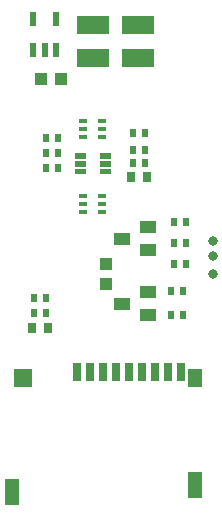
<source format=gbr>
From c3ca4f95bd59f69d45e582a4149327f57a360760 Mon Sep 17 00:00:00 2001
From: jaseg <git@jaseg.de>
Date: Sun, 30 Jan 2022 20:11:38 +0100
Subject: Rename gerbonara/gerber package to just gerbonara

---
 .../resources/eagle_files/solderpaste_bottom.gbr   | 564 +++++++++++++++++++++
 1 file changed, 564 insertions(+)
 create mode 100644 gerbonara/tests/resources/eagle_files/solderpaste_bottom.gbr

(limited to 'gerbonara/tests/resources/eagle_files/solderpaste_bottom.gbr')

diff --git a/gerbonara/tests/resources/eagle_files/solderpaste_bottom.gbr b/gerbonara/tests/resources/eagle_files/solderpaste_bottom.gbr
new file mode 100644
index 0000000..0eed1eb
--- /dev/null
+++ b/gerbonara/tests/resources/eagle_files/solderpaste_bottom.gbr
@@ -0,0 +1,564 @@
+G04 EAGLE Gerber RS-274X export*
+G75*
+%MOMM*%
+%FSLAX34Y34*%
+%LPD*%
+%INSolderpaste Bottom*%
+%IPPOS*%
+%AMOC8*
+5,1,8,0,0,1.08239X$1,22.5*%
+G01*
+%ADD10R,1.000000X1.100000*%
+%ADD11R,1.400000X1.000000*%
+%ADD12R,0.600000X0.700000*%
+%ADD13R,0.700000X0.900000*%
+%ADD14R,1.100000X1.000000*%
+%ADD15R,2.700000X1.600000*%
+%ADD16R,0.550000X1.200000*%
+%ADD17R,0.800000X0.400000*%
+%ADD18C,0.012000*%
+%ADD19R,0.700000X1.600000*%
+%ADD20R,1.200000X1.500000*%
+%ADD21R,1.600000X1.500000*%
+%ADD22R,1.200000X2.200000*%
+%ADD23C,0.800000*%
+
+
+D10*
+X138090Y243740D03*
+X138090Y226740D03*
+D11*
+X152090Y265240D03*
+X174090Y255740D03*
+X174090Y274740D03*
+X152090Y210240D03*
+X174090Y200740D03*
+X174090Y219740D03*
+D12*
+X195660Y279400D03*
+X205660Y279400D03*
+X193370Y220980D03*
+X203370Y220980D03*
+X193370Y200660D03*
+X203370Y200660D03*
+X205660Y243840D03*
+X195660Y243840D03*
+X87550Y201930D03*
+X77550Y201930D03*
+D13*
+X89050Y189230D03*
+X76050Y189230D03*
+D12*
+X87550Y214630D03*
+X77550Y214630D03*
+X195660Y261620D03*
+X205660Y261620D03*
+D14*
+X82940Y400050D03*
+X99940Y400050D03*
+D15*
+X165100Y445800D03*
+X165100Y417800D03*
+D16*
+X95860Y425149D03*
+X86360Y425149D03*
+X76860Y425149D03*
+X76860Y451151D03*
+X95860Y451151D03*
+D15*
+X127000Y445800D03*
+X127000Y417800D03*
+D12*
+X161370Y354330D03*
+X171370Y354330D03*
+X87710Y337820D03*
+X97710Y337820D03*
+X97710Y325120D03*
+X87710Y325120D03*
+D13*
+X159870Y317500D03*
+X172870Y317500D03*
+D12*
+X171370Y340360D03*
+X161370Y340360D03*
+X161370Y328930D03*
+X171370Y328930D03*
+X87710Y350520D03*
+X97710Y350520D03*
+D17*
+X135000Y364640D03*
+X135000Y358140D03*
+X135000Y351640D03*
+X119000Y351640D03*
+X119000Y358140D03*
+X119000Y364640D03*
+X135000Y301140D03*
+X135000Y294640D03*
+X135000Y288140D03*
+X119000Y288140D03*
+X119000Y294640D03*
+X119000Y301140D03*
+D18*
+X133060Y320490D02*
+X141940Y320490D01*
+X133060Y320490D02*
+X133060Y324370D01*
+X141940Y324370D01*
+X141940Y320490D01*
+X141940Y320604D02*
+X133060Y320604D01*
+X133060Y320718D02*
+X141940Y320718D01*
+X141940Y320832D02*
+X133060Y320832D01*
+X133060Y320946D02*
+X141940Y320946D01*
+X141940Y321060D02*
+X133060Y321060D01*
+X133060Y321174D02*
+X141940Y321174D01*
+X141940Y321288D02*
+X133060Y321288D01*
+X133060Y321402D02*
+X141940Y321402D01*
+X141940Y321516D02*
+X133060Y321516D01*
+X133060Y321630D02*
+X141940Y321630D01*
+X141940Y321744D02*
+X133060Y321744D01*
+X133060Y321858D02*
+X141940Y321858D01*
+X141940Y321972D02*
+X133060Y321972D01*
+X133060Y322086D02*
+X141940Y322086D01*
+X141940Y322200D02*
+X133060Y322200D01*
+X133060Y322314D02*
+X141940Y322314D01*
+X141940Y322428D02*
+X133060Y322428D01*
+X133060Y322542D02*
+X141940Y322542D01*
+X141940Y322656D02*
+X133060Y322656D01*
+X133060Y322770D02*
+X141940Y322770D01*
+X141940Y322884D02*
+X133060Y322884D01*
+X133060Y322998D02*
+X141940Y322998D01*
+X141940Y323112D02*
+X133060Y323112D01*
+X133060Y323226D02*
+X141940Y323226D01*
+X141940Y323340D02*
+X133060Y323340D01*
+X133060Y323454D02*
+X141940Y323454D01*
+X141940Y323568D02*
+X133060Y323568D01*
+X133060Y323682D02*
+X141940Y323682D01*
+X141940Y323796D02*
+X133060Y323796D01*
+X133060Y323910D02*
+X141940Y323910D01*
+X141940Y324024D02*
+X133060Y324024D01*
+X133060Y324138D02*
+X141940Y324138D01*
+X141940Y324252D02*
+X133060Y324252D01*
+X133060Y324366D02*
+X141940Y324366D01*
+X120940Y333490D02*
+X112060Y333490D01*
+X112060Y337370D01*
+X120940Y337370D01*
+X120940Y333490D01*
+X120940Y333604D02*
+X112060Y333604D01*
+X112060Y333718D02*
+X120940Y333718D01*
+X120940Y333832D02*
+X112060Y333832D01*
+X112060Y333946D02*
+X120940Y333946D01*
+X120940Y334060D02*
+X112060Y334060D01*
+X112060Y334174D02*
+X120940Y334174D01*
+X120940Y334288D02*
+X112060Y334288D01*
+X112060Y334402D02*
+X120940Y334402D01*
+X120940Y334516D02*
+X112060Y334516D01*
+X112060Y334630D02*
+X120940Y334630D01*
+X120940Y334744D02*
+X112060Y334744D01*
+X112060Y334858D02*
+X120940Y334858D01*
+X120940Y334972D02*
+X112060Y334972D01*
+X112060Y335086D02*
+X120940Y335086D01*
+X120940Y335200D02*
+X112060Y335200D01*
+X112060Y335314D02*
+X120940Y335314D01*
+X120940Y335428D02*
+X112060Y335428D01*
+X112060Y335542D02*
+X120940Y335542D01*
+X120940Y335656D02*
+X112060Y335656D01*
+X112060Y335770D02*
+X120940Y335770D01*
+X120940Y335884D02*
+X112060Y335884D01*
+X112060Y335998D02*
+X120940Y335998D01*
+X120940Y336112D02*
+X112060Y336112D01*
+X112060Y336226D02*
+X120940Y336226D01*
+X120940Y336340D02*
+X112060Y336340D01*
+X112060Y336454D02*
+X120940Y336454D01*
+X120940Y336568D02*
+X112060Y336568D01*
+X112060Y336682D02*
+X120940Y336682D01*
+X120940Y336796D02*
+X112060Y336796D01*
+X112060Y336910D02*
+X120940Y336910D01*
+X120940Y337024D02*
+X112060Y337024D01*
+X112060Y337138D02*
+X120940Y337138D01*
+X120940Y337252D02*
+X112060Y337252D01*
+X112060Y337366D02*
+X120940Y337366D01*
+X120940Y326990D02*
+X112060Y326990D01*
+X112060Y330870D01*
+X120940Y330870D01*
+X120940Y326990D01*
+X120940Y327104D02*
+X112060Y327104D01*
+X112060Y327218D02*
+X120940Y327218D01*
+X120940Y327332D02*
+X112060Y327332D01*
+X112060Y327446D02*
+X120940Y327446D01*
+X120940Y327560D02*
+X112060Y327560D01*
+X112060Y327674D02*
+X120940Y327674D01*
+X120940Y327788D02*
+X112060Y327788D01*
+X112060Y327902D02*
+X120940Y327902D01*
+X120940Y328016D02*
+X112060Y328016D01*
+X112060Y328130D02*
+X120940Y328130D01*
+X120940Y328244D02*
+X112060Y328244D01*
+X112060Y328358D02*
+X120940Y328358D01*
+X120940Y328472D02*
+X112060Y328472D01*
+X112060Y328586D02*
+X120940Y328586D01*
+X120940Y328700D02*
+X112060Y328700D01*
+X112060Y328814D02*
+X120940Y328814D01*
+X120940Y328928D02*
+X112060Y328928D01*
+X112060Y329042D02*
+X120940Y329042D01*
+X120940Y329156D02*
+X112060Y329156D01*
+X112060Y329270D02*
+X120940Y329270D01*
+X120940Y329384D02*
+X112060Y329384D01*
+X112060Y329498D02*
+X120940Y329498D01*
+X120940Y329612D02*
+X112060Y329612D01*
+X112060Y329726D02*
+X120940Y329726D01*
+X120940Y329840D02*
+X112060Y329840D01*
+X112060Y329954D02*
+X120940Y329954D01*
+X120940Y330068D02*
+X112060Y330068D01*
+X112060Y330182D02*
+X120940Y330182D01*
+X120940Y330296D02*
+X112060Y330296D01*
+X112060Y330410D02*
+X120940Y330410D01*
+X120940Y330524D02*
+X112060Y330524D01*
+X112060Y330638D02*
+X120940Y330638D01*
+X120940Y330752D02*
+X112060Y330752D01*
+X112060Y330866D02*
+X120940Y330866D01*
+X133060Y326990D02*
+X141940Y326990D01*
+X133060Y326990D02*
+X133060Y330870D01*
+X141940Y330870D01*
+X141940Y326990D01*
+X141940Y327104D02*
+X133060Y327104D01*
+X133060Y327218D02*
+X141940Y327218D01*
+X141940Y327332D02*
+X133060Y327332D01*
+X133060Y327446D02*
+X141940Y327446D01*
+X141940Y327560D02*
+X133060Y327560D01*
+X133060Y327674D02*
+X141940Y327674D01*
+X141940Y327788D02*
+X133060Y327788D01*
+X133060Y327902D02*
+X141940Y327902D01*
+X141940Y328016D02*
+X133060Y328016D01*
+X133060Y328130D02*
+X141940Y328130D01*
+X141940Y328244D02*
+X133060Y328244D01*
+X133060Y328358D02*
+X141940Y328358D01*
+X141940Y328472D02*
+X133060Y328472D01*
+X133060Y328586D02*
+X141940Y328586D01*
+X141940Y328700D02*
+X133060Y328700D01*
+X133060Y328814D02*
+X141940Y328814D01*
+X141940Y328928D02*
+X133060Y328928D01*
+X133060Y329042D02*
+X141940Y329042D01*
+X141940Y329156D02*
+X133060Y329156D01*
+X133060Y329270D02*
+X141940Y329270D01*
+X141940Y329384D02*
+X133060Y329384D01*
+X133060Y329498D02*
+X141940Y329498D01*
+X141940Y329612D02*
+X133060Y329612D01*
+X133060Y329726D02*
+X141940Y329726D01*
+X141940Y329840D02*
+X133060Y329840D01*
+X133060Y329954D02*
+X141940Y329954D01*
+X141940Y330068D02*
+X133060Y330068D01*
+X133060Y330182D02*
+X141940Y330182D01*
+X141940Y330296D02*
+X133060Y330296D01*
+X133060Y330410D02*
+X141940Y330410D01*
+X141940Y330524D02*
+X133060Y330524D01*
+X133060Y330638D02*
+X141940Y330638D01*
+X141940Y330752D02*
+X133060Y330752D01*
+X133060Y330866D02*
+X141940Y330866D01*
+X120940Y320490D02*
+X112060Y320490D01*
+X112060Y324370D01*
+X120940Y324370D01*
+X120940Y320490D01*
+X120940Y320604D02*
+X112060Y320604D01*
+X112060Y320718D02*
+X120940Y320718D01*
+X120940Y320832D02*
+X112060Y320832D01*
+X112060Y320946D02*
+X120940Y320946D01*
+X120940Y321060D02*
+X112060Y321060D01*
+X112060Y321174D02*
+X120940Y321174D01*
+X120940Y321288D02*
+X112060Y321288D01*
+X112060Y321402D02*
+X120940Y321402D01*
+X120940Y321516D02*
+X112060Y321516D01*
+X112060Y321630D02*
+X120940Y321630D01*
+X120940Y321744D02*
+X112060Y321744D01*
+X112060Y321858D02*
+X120940Y321858D01*
+X120940Y321972D02*
+X112060Y321972D01*
+X112060Y322086D02*
+X120940Y322086D01*
+X120940Y322200D02*
+X112060Y322200D01*
+X112060Y322314D02*
+X120940Y322314D01*
+X120940Y322428D02*
+X112060Y322428D01*
+X112060Y322542D02*
+X120940Y322542D01*
+X120940Y322656D02*
+X112060Y322656D01*
+X112060Y322770D02*
+X120940Y322770D01*
+X120940Y322884D02*
+X112060Y322884D01*
+X112060Y322998D02*
+X120940Y322998D01*
+X120940Y323112D02*
+X112060Y323112D01*
+X112060Y323226D02*
+X120940Y323226D01*
+X120940Y323340D02*
+X112060Y323340D01*
+X112060Y323454D02*
+X120940Y323454D01*
+X120940Y323568D02*
+X112060Y323568D01*
+X112060Y323682D02*
+X120940Y323682D01*
+X120940Y323796D02*
+X112060Y323796D01*
+X112060Y323910D02*
+X120940Y323910D01*
+X120940Y324024D02*
+X112060Y324024D01*
+X112060Y324138D02*
+X120940Y324138D01*
+X120940Y324252D02*
+X112060Y324252D01*
+X112060Y324366D02*
+X120940Y324366D01*
+X133060Y333490D02*
+X141940Y333490D01*
+X133060Y333490D02*
+X133060Y337370D01*
+X141940Y337370D01*
+X141940Y333490D01*
+X141940Y333604D02*
+X133060Y333604D01*
+X133060Y333718D02*
+X141940Y333718D01*
+X141940Y333832D02*
+X133060Y333832D01*
+X133060Y333946D02*
+X141940Y333946D01*
+X141940Y334060D02*
+X133060Y334060D01*
+X133060Y334174D02*
+X141940Y334174D01*
+X141940Y334288D02*
+X133060Y334288D01*
+X133060Y334402D02*
+X141940Y334402D01*
+X141940Y334516D02*
+X133060Y334516D01*
+X133060Y334630D02*
+X141940Y334630D01*
+X141940Y334744D02*
+X133060Y334744D01*
+X133060Y334858D02*
+X141940Y334858D01*
+X141940Y334972D02*
+X133060Y334972D01*
+X133060Y335086D02*
+X141940Y335086D01*
+X141940Y335200D02*
+X133060Y335200D01*
+X133060Y335314D02*
+X141940Y335314D01*
+X141940Y335428D02*
+X133060Y335428D01*
+X133060Y335542D02*
+X141940Y335542D01*
+X141940Y335656D02*
+X133060Y335656D01*
+X133060Y335770D02*
+X141940Y335770D01*
+X141940Y335884D02*
+X133060Y335884D01*
+X133060Y335998D02*
+X141940Y335998D01*
+X141940Y336112D02*
+X133060Y336112D01*
+X133060Y336226D02*
+X141940Y336226D01*
+X141940Y336340D02*
+X133060Y336340D01*
+X133060Y336454D02*
+X141940Y336454D01*
+X141940Y336568D02*
+X133060Y336568D01*
+X133060Y336682D02*
+X141940Y336682D01*
+X141940Y336796D02*
+X133060Y336796D01*
+X133060Y336910D02*
+X141940Y336910D01*
+X141940Y337024D02*
+X133060Y337024D01*
+X133060Y337138D02*
+X141940Y337138D01*
+X141940Y337252D02*
+X133060Y337252D01*
+X133060Y337366D02*
+X141940Y337366D01*
+D19*
+X158050Y152500D03*
+X169050Y152500D03*
+X180050Y152500D03*
+X191050Y152500D03*
+X202050Y152500D03*
+X147050Y152500D03*
+X136050Y152500D03*
+X125050Y152500D03*
+X114050Y152500D03*
+D20*
+X214050Y147000D03*
+D21*
+X68050Y147000D03*
+D22*
+X214050Y56500D03*
+X59050Y51000D03*
+D23*
+X228600Y234950D03*
+X228600Y250190D03*
+X228600Y262890D03*
+M02*
-- 
cgit 


</source>
